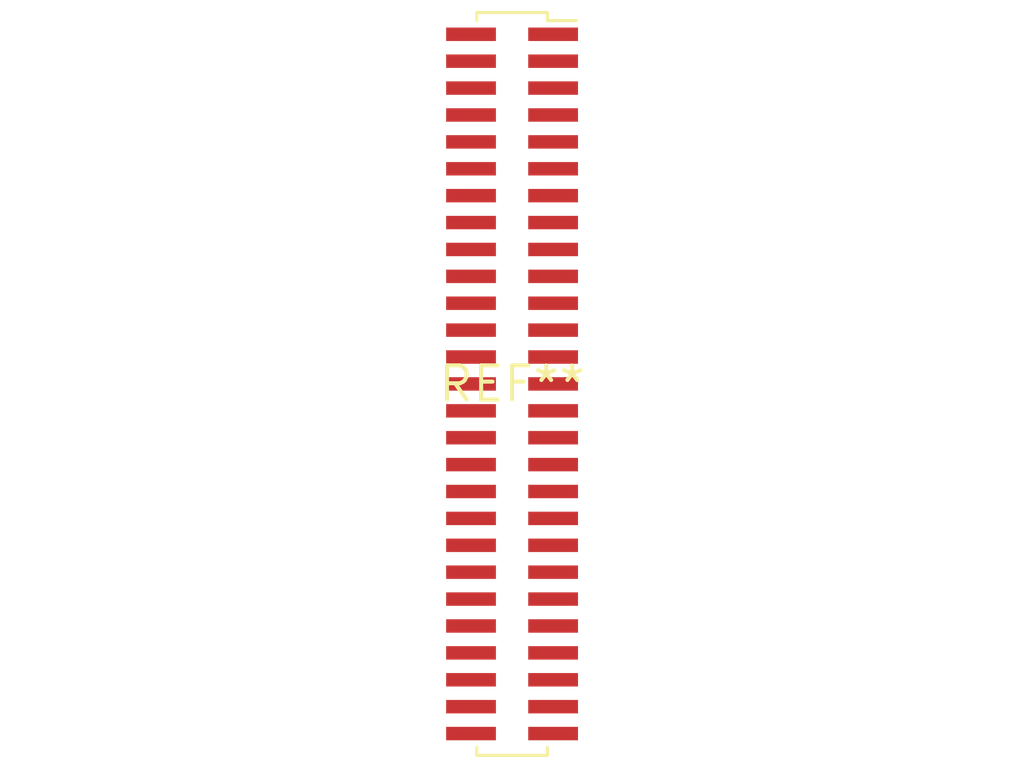
<source format=kicad_pcb>
(kicad_pcb (version 20240108) (generator pcbnew)
  (layers (0 "F.Cu" signal) (31 "B.Cu" signal) (34 "B.Paste" user) (35 "F.Paste" user) (36 "B.SilkS" user "B.Silkscreen") (37 "F.SilkS" user "F.Silkscreen") (38 "B.Mask" user) (39 "F.Mask" user) (44 "Edge.Cuts" user))
  (net 0 "")
  (footprint "PinSocket_2x27_P1.00mm_Vertical_SMD" (layer "F.Cu") (at 0 0)
    (property "Reference" "REF**")
    (property "Value" "PinSocket_2x27_P1.00mm_Vertical_SMD")
    (fp_line (start -1.31 -13.81) (end -1.31 -13.51) (layer "F.SilkS") (stroke (width 0.12)))
    (fp_line (start -1.31 -13.81) (end 1.31 -13.81) (layer "F.SilkS") (stroke (width 0.12)))
    (fp_line (start -1.31 13.51) (end -1.31 13.81) (layer "F.SilkS") (stroke (width 0.12)))
    (fp_line (start -1.31 13.81) (end 1.31 13.81) (layer "F.SilkS") (stroke (width 0.12)))
    (fp_line (start 1.31 -13.81) (end 1.31 -13.51) (layer "F.SilkS") (stroke (width 0.12)))
    (fp_line (start 1.31 -13.51) (end 2.39 -13.51) (layer "F.SilkS") (stroke (width 0.12)))
    (fp_line (start 1.31 13.51) (end 1.31 13.81) (layer "F.SilkS") (stroke (width 0.12)))
    (pad "1" smd rect (at 1.525 -13) (size 1.85 0.5) (layers "F.Cu" "F.Paste" "F.Mask"))
    (pad "2" smd rect (at -1.525 -13) (size 1.85 0.5) (layers "F.Cu" "F.Paste" "F.Mask"))
    (pad "3" smd rect (at 1.525 -12) (size 1.85 0.5) (layers "F.Cu" "F.Paste" "F.Mask"))
    (pad "4" smd rect (at -1.525 -12) (size 1.85 0.5) (layers "F.Cu" "F.Paste" "F.Mask"))
    (pad "5" smd rect (at 1.525 -11) (size 1.85 0.5) (layers "F.Cu" "F.Paste" "F.Mask"))
    (pad "6" smd rect (at -1.525 -11) (size 1.85 0.5) (layers "F.Cu" "F.Paste" "F.Mask"))
    (pad "7" smd rect (at 1.525 -10) (size 1.85 0.5) (layers "F.Cu" "F.Paste" "F.Mask"))
    (pad "8" smd rect (at -1.525 -10) (size 1.85 0.5) (layers "F.Cu" "F.Paste" "F.Mask"))
    (pad "9" smd rect (at 1.525 -9) (size 1.85 0.5) (layers "F.Cu" "F.Paste" "F.Mask"))
    (pad "10" smd rect (at -1.525 -9) (size 1.85 0.5) (layers "F.Cu" "F.Paste" "F.Mask"))
    (pad "11" smd rect (at 1.525 -8) (size 1.85 0.5) (layers "F.Cu" "F.Paste" "F.Mask"))
    (pad "12" smd rect (at -1.525 -8) (size 1.85 0.5) (layers "F.Cu" "F.Paste" "F.Mask"))
    (pad "13" smd rect (at 1.525 -7) (size 1.85 0.5) (layers "F.Cu" "F.Paste" "F.Mask"))
    (pad "14" smd rect (at -1.525 -7) (size 1.85 0.5) (layers "F.Cu" "F.Paste" "F.Mask"))
    (pad "15" smd rect (at 1.525 -6) (size 1.85 0.5) (layers "F.Cu" "F.Paste" "F.Mask"))
    (pad "16" smd rect (at -1.525 -6) (size 1.85 0.5) (layers "F.Cu" "F.Paste" "F.Mask"))
    (pad "17" smd rect (at 1.525 -5) (size 1.85 0.5) (layers "F.Cu" "F.Paste" "F.Mask"))
    (pad "18" smd rect (at -1.525 -5) (size 1.85 0.5) (layers "F.Cu" "F.Paste" "F.Mask"))
    (pad "19" smd rect (at 1.525 -4) (size 1.85 0.5) (layers "F.Cu" "F.Paste" "F.Mask"))
    (pad "20" smd rect (at -1.525 -4) (size 1.85 0.5) (layers "F.Cu" "F.Paste" "F.Mask"))
    (pad "21" smd rect (at 1.525 -3) (size 1.85 0.5) (layers "F.Cu" "F.Paste" "F.Mask"))
    (pad "22" smd rect (at -1.525 -3) (size 1.85 0.5) (layers "F.Cu" "F.Paste" "F.Mask"))
    (pad "23" smd rect (at 1.525 -2) (size 1.85 0.5) (layers "F.Cu" "F.Paste" "F.Mask"))
    (pad "24" smd rect (at -1.525 -2) (size 1.85 0.5) (layers "F.Cu" "F.Paste" "F.Mask"))
    (pad "25" smd rect (at 1.525 -1) (size 1.85 0.5) (layers "F.Cu" "F.Paste" "F.Mask"))
    (pad "26" smd rect (at -1.525 -1) (size 1.85 0.5) (layers "F.Cu" "F.Paste" "F.Mask"))
    (pad "27" smd rect (at 1.525 0) (size 1.85 0.5) (layers "F.Cu" "F.Paste" "F.Mask"))
    (pad "28" smd rect (at -1.525 0) (size 1.85 0.5) (layers "F.Cu" "F.Paste" "F.Mask"))
    (pad "29" smd rect (at 1.525 1) (size 1.85 0.5) (layers "F.Cu" "F.Paste" "F.Mask"))
    (pad "30" smd rect (at -1.525 1) (size 1.85 0.5) (layers "F.Cu" "F.Paste" "F.Mask"))
    (pad "31" smd rect (at 1.525 2) (size 1.85 0.5) (layers "F.Cu" "F.Paste" "F.Mask"))
    (pad "32" smd rect (at -1.525 2) (size 1.85 0.5) (layers "F.Cu" "F.Paste" "F.Mask"))
    (pad "33" smd rect (at 1.525 3) (size 1.85 0.5) (layers "F.Cu" "F.Paste" "F.Mask"))
    (pad "34" smd rect (at -1.525 3) (size 1.85 0.5) (layers "F.Cu" "F.Paste" "F.Mask"))
    (pad "35" smd rect (at 1.525 4) (size 1.85 0.5) (layers "F.Cu" "F.Paste" "F.Mask"))
    (pad "36" smd rect (at -1.525 4) (size 1.85 0.5) (layers "F.Cu" "F.Paste" "F.Mask"))
    (pad "37" smd rect (at 1.525 5) (size 1.85 0.5) (layers "F.Cu" "F.Paste" "F.Mask"))
    (pad "38" smd rect (at -1.525 5) (size 1.85 0.5) (layers "F.Cu" "F.Paste" "F.Mask"))
    (pad "39" smd rect (at 1.525 6) (size 1.85 0.5) (layers "F.Cu" "F.Paste" "F.Mask"))
    (pad "40" smd rect (at -1.525 6) (size 1.85 0.5) (layers "F.Cu" "F.Paste" "F.Mask"))
    (pad "41" smd rect (at 1.525 7) (size 1.85 0.5) (layers "F.Cu" "F.Paste" "F.Mask"))
    (pad "42" smd rect (at -1.525 7) (size 1.85 0.5) (layers "F.Cu" "F.Paste" "F.Mask"))
    (pad "43" smd rect (at 1.525 8) (size 1.85 0.5) (layers "F.Cu" "F.Paste" "F.Mask"))
    (pad "44" smd rect (at -1.525 8) (size 1.85 0.5) (layers "F.Cu" "F.Paste" "F.Mask"))
    (pad "45" smd rect (at 1.525 9) (size 1.85 0.5) (layers "F.Cu" "F.Paste" "F.Mask"))
    (pad "46" smd rect (at -1.525 9) (size 1.85 0.5) (layers "F.Cu" "F.Paste" "F.Mask"))
    (pad "47" smd rect (at 1.525 10) (size 1.85 0.5) (layers "F.Cu" "F.Paste" "F.Mask"))
    (pad "48" smd rect (at -1.525 10) (size 1.85 0.5) (layers "F.Cu" "F.Paste" "F.Mask"))
    (pad "49" smd rect (at 1.525 11) (size 1.85 0.5) (layers "F.Cu" "F.Paste" "F.Mask"))
    (pad "50" smd rect (at -1.525 11) (size 1.85 0.5) (layers "F.Cu" "F.Paste" "F.Mask"))
    (pad "51" smd rect (at 1.525 12) (size 1.85 0.5) (layers "F.Cu" "F.Paste" "F.Mask"))
    (pad "52" smd rect (at -1.525 12) (size 1.85 0.5) (layers "F.Cu" "F.Paste" "F.Mask"))
    (pad "53" smd rect (at 1.525 13) (size 1.85 0.5) (layers "F.Cu" "F.Paste" "F.Mask"))
    (pad "54" smd rect (at -1.525 13) (size 1.85 0.5) (layers "F.Cu" "F.Paste" "F.Mask"))
  )
)
</source>
